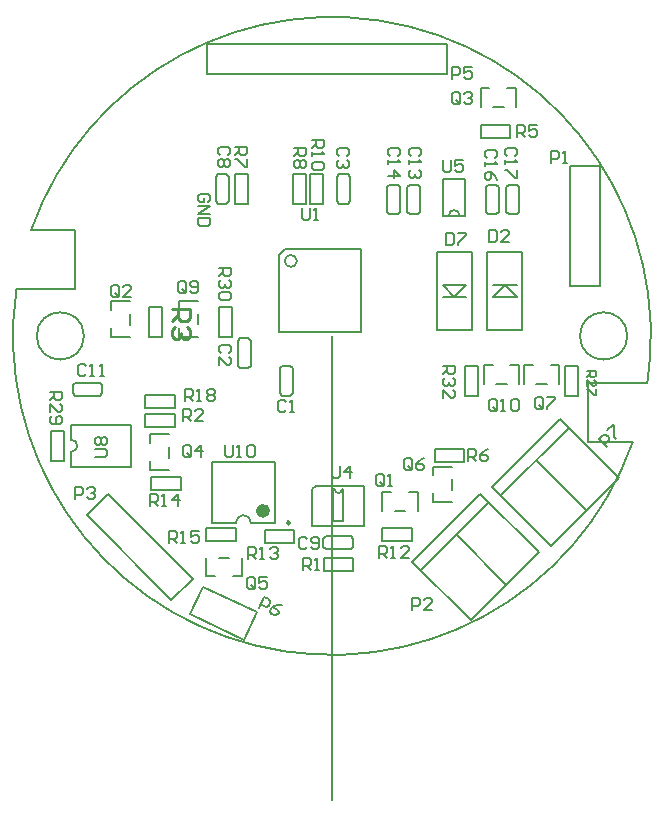
<source format=gto>
%FSLAX25Y25*%
%MOIN*%
G70*
G01*
G75*
%ADD10R,0.03347X0.02756*%
%ADD11R,0.02362X0.03937*%
%ADD12O,0.04724X0.00984*%
%ADD13R,0.04724X0.01772*%
%ADD14O,0.04724X0.01772*%
%ADD15O,0.00984X0.04724*%
%ADD16O,0.01772X0.04724*%
%ADD17R,0.03937X0.02362*%
%ADD18R,0.02756X0.03347*%
%ADD19R,0.04724X0.01969*%
%ADD20O,0.03543X0.01969*%
%ADD21O,0.03543X0.01969*%
%ADD22R,0.03543X0.01969*%
%ADD23O,0.02500X0.05500*%
%ADD24R,0.02500X0.05500*%
%ADD25R,0.07874X0.07874*%
%ADD26C,0.01200*%
%ADD27C,0.06000*%
%ADD28C,0.01000*%
%ADD29C,0.02000*%
%ADD30C,0.00800*%
%ADD31C,0.01500*%
%ADD32C,0.03000*%
%ADD33C,0.05000*%
%ADD34C,0.00500*%
%ADD35C,0.05906*%
%ADD36P,0.08352X4X180.0*%
%ADD37R,0.05906X0.05906*%
G04:AMPARAMS|DCode=38|XSize=78.74mil|YSize=118.11mil|CornerRadius=0mil|HoleSize=0mil|Usage=FLASHONLY|Rotation=45.000|XOffset=0mil|YOffset=0mil|HoleType=Round|Shape=Rectangle|*
%AMROTATEDRECTD38*
4,1,4,0.01392,-0.06960,-0.06960,0.01392,-0.01392,0.06960,0.06960,-0.01392,0.01392,-0.06960,0.0*
%
%ADD38ROTATEDRECTD38*%

G04:AMPARAMS|DCode=39|XSize=78.74mil|YSize=118.11mil|CornerRadius=0mil|HoleSize=0mil|Usage=FLASHONLY|Rotation=45.000|XOffset=0mil|YOffset=0mil|HoleType=Round|Shape=Round|*
%AMOVALD39*
21,1,0.03937,0.07874,0.00000,0.00000,135.0*
1,1,0.07874,0.01392,-0.01392*
1,1,0.07874,-0.01392,0.01392*
%
%ADD39OVALD39*%

%ADD40C,0.06000*%
%ADD41P,0.08352X4X200.0*%
%ADD42R,0.05906X0.05906*%
%ADD43C,0.03000*%
%ADD44C,0.02000*%
%ADD45C,0.04000*%
%ADD46C,0.05000*%
%ADD47C,0.00787*%
%ADD48C,0.00984*%
%ADD49C,0.02362*%
D28*
X-53281Y8885D02*
X-47283D01*
Y5886D01*
X-48283Y4886D01*
X-50283D01*
X-51282Y5886D01*
Y8885D01*
Y6885D02*
X-53281Y4886D01*
X-48283Y2887D02*
X-47283Y1887D01*
Y-112D01*
X-48283Y-1112D01*
X-49283D01*
X-50283Y-112D01*
Y887D01*
Y-112D01*
X-51282Y-1112D01*
X-52282D01*
X-53281Y-112D01*
Y1887D01*
X-52282Y2887D01*
D30*
X919Y-51188D02*
G03*
X3281Y-51188I1181J0D01*
G01*
X400D02*
X919D01*
X3281D02*
X3700D01*
X-5380Y-50007D02*
X10762D01*
X-6561Y-51188D02*
X-5380Y-50007D01*
X-6561Y-63393D02*
Y-51188D01*
Y-63393D02*
X10762D01*
Y-50007D01*
X400Y-61818D02*
Y-51188D01*
Y-61818D02*
X3700D01*
Y-51188D01*
D34*
X-11700Y25000D02*
G03*
X-11700Y25000I-2000J0D01*
G01*
X42466Y40138D02*
G03*
X38923Y40138I-1772J0D01*
G01*
X-86900Y-38581D02*
G03*
X-86900Y-34581I0J2000D01*
G01*
X-56566Y-239D02*
Y9603D01*
X-60897Y-239D02*
Y9603D01*
X-56566D01*
X-60897Y-239D02*
X-56566D01*
X-17365Y-19087D02*
Y-10819D01*
X-16578Y-19874D02*
X-13822D01*
X-16578Y-10031D02*
X-13822D01*
X-13035Y-19087D02*
Y-10819D01*
X-13822Y-10031D02*
X-13035Y-10819D01*
X-17365D02*
X-16578Y-10031D01*
X-17365Y-19087D02*
X-16578Y-19874D01*
X-13822D02*
X-13035Y-19087D01*
X58390Y82568D02*
X61343D01*
X49531D02*
X52484D01*
X53665Y76269D02*
X57209D01*
X61343D02*
Y82568D01*
X49531Y76269D02*
Y82568D01*
X-15795Y28921D02*
X9796D01*
X-17763Y26953D02*
X-15794Y28921D01*
X-17763Y1362D02*
Y26953D01*
X-17763Y1362D02*
X9796D01*
Y28921D01*
X-60568Y-35810D02*
Y-32857D01*
Y-44668D02*
Y-41716D01*
X-54268Y-40535D02*
Y-36991D01*
X-60568Y-32857D02*
X-54268D01*
X-60568Y-44668D02*
X-54268D01*
X-60274Y-51365D02*
X-50432D01*
X-60274Y-47035D02*
X-50432D01*
Y-51365D02*
Y-47035D01*
X-60274Y-51365D02*
Y-47035D01*
X-41974Y-68265D02*
X-32131D01*
X-41974Y-63935D02*
X-32131D01*
Y-68265D02*
Y-63935D01*
X-41974Y-68265D02*
Y-63935D01*
X-22374Y-69065D02*
X-12531D01*
X-22374Y-64735D02*
X-12531D01*
Y-69065D02*
Y-64735D01*
X-22374Y-69065D02*
Y-64735D01*
X16732Y-63935D02*
X26574D01*
X16732Y-68265D02*
X26574D01*
X16732D02*
Y-63935D01*
X26574Y-68265D02*
Y-63935D01*
X29559Y-78062D02*
X52194Y-55427D01*
X26775Y-75278D02*
X49410Y-52643D01*
X46262Y-94766D02*
X68897Y-72130D01*
X49410Y-52643D02*
X68897Y-72130D01*
X26775Y-75278D02*
X46262Y-94766D01*
X41446Y-66175D02*
X58149Y-82878D01*
X25590Y-51932D02*
X28543D01*
X16732D02*
X19684D01*
X20865Y-58232D02*
X24409D01*
X28543D02*
Y-51932D01*
X16732Y-58232D02*
Y-51932D01*
X77535Y-19869D02*
Y-10026D01*
X81865Y-19869D02*
Y-10026D01*
X77535Y-19869D02*
X81865D01*
X77535Y-10026D02*
X81865D01*
X62465Y41419D02*
Y49687D01*
X58922Y50474D02*
X61678D01*
X58922Y40631D02*
X61678D01*
X58135Y41419D02*
Y49687D01*
Y41419D02*
X58922Y40631D01*
X61678D02*
X62465Y41419D01*
X61678Y50474D02*
X62465Y49687D01*
X58135D02*
X58922Y50474D01*
X51235Y41313D02*
Y49581D01*
X52022Y40526D02*
X54778D01*
X52022Y50368D02*
X54778D01*
X55565Y41313D02*
Y49581D01*
X54778Y50368D02*
X55565Y49581D01*
X51235D02*
X52022Y50368D01*
X51235Y41313D02*
X52022Y40526D01*
X54778D02*
X55565Y41313D01*
X37151Y40138D02*
Y52342D01*
X44238D01*
X37151Y40138D02*
X44238D01*
Y52342D01*
X29465Y41319D02*
Y49587D01*
X25922Y50374D02*
X28678D01*
X25922Y40532D02*
X28678D01*
X25135Y41319D02*
Y49587D01*
Y41319D02*
X25922Y40532D01*
X28678D02*
X29465Y41319D01*
X28678Y50374D02*
X29465Y49587D01*
X25135D02*
X25922Y50374D01*
X18335Y41313D02*
Y49581D01*
X19122Y40526D02*
X21878D01*
X19122Y50368D02*
X21878D01*
X22665Y41313D02*
Y49581D01*
X21878Y50368D02*
X22665Y49581D01*
X18335D02*
X19122Y50368D01*
X18335Y41313D02*
X19122Y40526D01*
X21878D02*
X22665Y41313D01*
X-32265Y44032D02*
Y53874D01*
X-27935Y44032D02*
Y53874D01*
X-32265Y44032D02*
X-27935D01*
X-32265Y53874D02*
X-27935D01*
X-34400Y44850D02*
Y53118D01*
X-37943Y53905D02*
X-35187D01*
X-37943Y44063D02*
X-35187D01*
X-38731Y44850D02*
Y53118D01*
Y44850D02*
X-37943Y44063D01*
X-35187D02*
X-34400Y44850D01*
X-35187Y53905D02*
X-34400Y53118D01*
X-38731D02*
X-37943Y53905D01*
X6018Y44819D02*
Y53087D01*
X2475Y53874D02*
X5231D01*
X2475Y44032D02*
X5231D01*
X1687Y44819D02*
Y53087D01*
Y44819D02*
X2475Y44032D01*
X5231D02*
X6018Y44819D01*
X5231Y53874D02*
X6018Y53087D01*
X1687D02*
X2475Y53874D01*
X-31465Y-9887D02*
Y-1619D01*
X-30678Y-10674D02*
X-27922D01*
X-30678Y-831D02*
X-27922D01*
X-27135Y-9887D02*
Y-1619D01*
X-27922Y-831D02*
X-27135Y-1619D01*
X-31465D02*
X-30678Y-831D01*
X-31465Y-9887D02*
X-30678Y-10674D01*
X-27922D02*
X-27135Y-9887D01*
X49526Y65935D02*
X59368D01*
X49526Y70265D02*
X59368D01*
Y65935D02*
Y70265D01*
X49526Y65935D02*
Y70265D01*
X68146Y-41275D02*
X84850Y-57978D01*
X53475Y-50378D02*
X72962Y-69866D01*
X76110Y-27743D02*
X95597Y-47230D01*
X72962Y-69866D02*
X95597Y-47230D01*
X53475Y-50378D02*
X76110Y-27743D01*
X56259Y-53162D02*
X78894Y-30527D01*
X0Y-154600D02*
Y0D01*
X-41943Y-80168D02*
X-38990D01*
X-33084D02*
X-30132D01*
X-37809Y-73869D02*
X-34265D01*
X-41943Y-80168D02*
Y-73869D01*
X-30132Y-80168D02*
Y-73869D01*
X-62269Y-26135D02*
X-52426D01*
X-62269Y-30465D02*
X-52426D01*
X-62269D02*
Y-26135D01*
X-52426Y-30465D02*
Y-26135D01*
X-62269Y-19535D02*
X-52426D01*
X-62269Y-23865D02*
X-52426D01*
X-62269D02*
Y-19535D01*
X-52426Y-23865D02*
Y-19535D01*
X-86900Y-34581D02*
Y-29581D01*
Y-43581D02*
Y-38581D01*
X-66900Y-43581D02*
Y-29581D01*
X-86900D02*
X-66900D01*
X-86900Y-43581D02*
X-66900D01*
X-85681Y-19965D02*
X-77413D01*
X-76626Y-19178D02*
Y-16422D01*
X-86468Y-19178D02*
Y-16422D01*
X-85681Y-15635D02*
X-77413D01*
X-86468Y-16422D02*
X-85681Y-15635D01*
X-86468Y-19178D02*
X-85681Y-19965D01*
X-77413D02*
X-76626Y-19178D01*
X-77413Y-15635D02*
X-76626Y-16422D01*
X-89435Y-41574D02*
Y-31732D01*
X-93765Y-41574D02*
Y-31732D01*
X-89435D01*
X-93765Y-41574D02*
X-89435D01*
X34226Y-41865D02*
X44069D01*
X34226Y-37535D02*
X44069D01*
Y-41865D02*
Y-37535D01*
X34226Y-41865D02*
Y-37535D01*
X-13100Y44032D02*
Y53874D01*
X-8769Y44032D02*
Y53874D01*
X-13100Y44032D02*
X-8769D01*
X-13100Y53874D02*
X-8769D01*
X-2768Y-73935D02*
X7074D01*
X-2768Y-78265D02*
X7074D01*
X-2768D02*
Y-73935D01*
X7074Y-78265D02*
Y-73935D01*
X-2869Y44026D02*
Y53869D01*
X-7200Y44026D02*
Y53869D01*
X-2869D01*
X-7200Y44026D02*
X-2869D01*
X-2081Y-71165D02*
X6187D01*
X6974Y-70378D02*
Y-67622D01*
X-2868Y-70378D02*
Y-67622D01*
X-2081Y-66835D02*
X6187D01*
X-2868Y-67622D02*
X-2081Y-66835D01*
X-2868Y-70378D02*
X-2081Y-71165D01*
X6187D02*
X6974Y-70378D01*
X6187Y-66835D02*
X6974Y-67622D01*
X33832Y-46510D02*
Y-43558D01*
Y-55369D02*
Y-52416D01*
X40132Y-51235D02*
Y-47691D01*
X33832Y-43558D02*
X40132D01*
X33832Y-55369D02*
X40132D01*
X36863Y16937D02*
X40800Y13000D01*
X44737Y16937D01*
X36863Y13000D02*
X44737D01*
X36863Y16937D02*
X44737D01*
X46705Y1976D02*
Y27961D01*
X34894Y1976D02*
X46705D01*
X34894D02*
Y27961D01*
X46705D01*
X57600Y16842D02*
X61537Y12905D01*
X53663D02*
X57600Y16842D01*
X53663D02*
X61537D01*
X53663Y12905D02*
X61537D01*
X51695Y1882D02*
Y27866D01*
X63506D01*
Y1882D02*
Y27866D01*
X51695Y1882D02*
X63506D01*
X72890Y-9732D02*
X75842D01*
X64031D02*
X66984D01*
X68165Y-16032D02*
X71709D01*
X75842D02*
Y-9732D01*
X64031Y-16032D02*
Y-9732D01*
X-50999Y8624D02*
Y11577D01*
Y-234D02*
Y2719D01*
X-44700Y3900D02*
Y7443D01*
X-50999Y11577D02*
X-44700D01*
X-50999Y-234D02*
X-44700D01*
X-33366Y-239D02*
Y9603D01*
X-37697Y-239D02*
Y9603D01*
X-33366D01*
X-37697Y-239D02*
X-33366D01*
X59490Y-9601D02*
X62442D01*
X50631D02*
X53584D01*
X54765Y-15900D02*
X58309D01*
X62442D02*
Y-9601D01*
X50631Y-15900D02*
Y-9601D01*
X48765Y-19874D02*
Y-10031D01*
X44435Y-19874D02*
Y-10031D01*
X48765D01*
X44435Y-19874D02*
X48765D01*
X-73599Y8524D02*
Y11477D01*
Y-334D02*
Y2619D01*
X-67300Y3800D02*
Y7343D01*
X-73599Y11477D02*
X-67300D01*
X-73599Y-334D02*
X-67300D01*
X-15334Y-22068D02*
X-16001Y-21401D01*
X-17334D01*
X-18000Y-22068D01*
Y-24734D01*
X-17334Y-25400D01*
X-16001D01*
X-15334Y-24734D01*
X-14001Y-25400D02*
X-12668D01*
X-13335D01*
Y-21401D01*
X-14001Y-22068D01*
X-85500Y-54500D02*
Y-50501D01*
X-83501D01*
X-82834Y-51168D01*
Y-52501D01*
X-83501Y-53167D01*
X-85500D01*
X-81501Y-51168D02*
X-80835Y-50501D01*
X-79502D01*
X-78835Y-51168D01*
Y-51834D01*
X-79502Y-52501D01*
X-80168D01*
X-79502D01*
X-78835Y-53167D01*
Y-53834D01*
X-79502Y-54500D01*
X-80835D01*
X-81501Y-53834D01*
X72900Y57800D02*
Y61799D01*
X74899D01*
X75566Y61132D01*
Y59799D01*
X74899Y59133D01*
X72900D01*
X76899Y57800D02*
X78232D01*
X77565D01*
Y61799D01*
X76899Y61132D01*
X42766Y77866D02*
Y80532D01*
X42099Y81199D01*
X40766D01*
X40100Y80532D01*
Y77866D01*
X40766Y77200D01*
X42099D01*
X41433Y78533D02*
X42766Y77200D01*
X42099D02*
X42766Y77866D01*
X44099Y80532D02*
X44765Y81199D01*
X46098D01*
X46764Y80532D01*
Y79866D01*
X46098Y79199D01*
X45432D01*
X46098D01*
X46764Y78533D01*
Y77866D01*
X46098Y77200D01*
X44765D01*
X44099Y77866D01*
X-10000Y42599D02*
Y39266D01*
X-9334Y38600D01*
X-8001D01*
X-7334Y39266D01*
Y42599D01*
X-6001Y38600D02*
X-4668D01*
X-5335D01*
Y42599D01*
X-6001Y41932D01*
X-46934Y-39534D02*
Y-36868D01*
X-47601Y-36201D01*
X-48934D01*
X-49600Y-36868D01*
Y-39534D01*
X-48934Y-40200D01*
X-47601D01*
X-48267Y-38867D02*
X-46934Y-40200D01*
X-47601D02*
X-46934Y-39534D01*
X-43602Y-40200D02*
Y-36201D01*
X-45601Y-38201D01*
X-42935D01*
X-60500Y-56800D02*
Y-52801D01*
X-58501D01*
X-57834Y-53468D01*
Y-54801D01*
X-58501Y-55467D01*
X-60500D01*
X-59167D02*
X-57834Y-56800D01*
X-56501D02*
X-55168D01*
X-55835D01*
Y-52801D01*
X-56501Y-53468D01*
X-51170Y-56800D02*
Y-52801D01*
X-53169Y-54801D01*
X-50503D01*
X-54200Y-69100D02*
Y-65101D01*
X-52201D01*
X-51534Y-65768D01*
Y-67101D01*
X-52201Y-67767D01*
X-54200D01*
X-52867D02*
X-51534Y-69100D01*
X-50201D02*
X-48868D01*
X-49535D01*
Y-65101D01*
X-50201Y-65768D01*
X-44203Y-65101D02*
X-46869D01*
Y-67101D01*
X-45536Y-66434D01*
X-44870D01*
X-44203Y-67101D01*
Y-68434D01*
X-44870Y-69100D01*
X-46203D01*
X-46869Y-68434D01*
X-28000Y-74300D02*
Y-70301D01*
X-26001D01*
X-25334Y-70968D01*
Y-72301D01*
X-26001Y-72967D01*
X-28000D01*
X-26667D02*
X-25334Y-74300D01*
X-24001D02*
X-22668D01*
X-23335D01*
Y-70301D01*
X-24001Y-70968D01*
X-20669D02*
X-20003Y-70301D01*
X-18670D01*
X-18003Y-70968D01*
Y-71634D01*
X-18670Y-72301D01*
X-19336D01*
X-18670D01*
X-18003Y-72967D01*
Y-73634D01*
X-18670Y-74300D01*
X-20003D01*
X-20669Y-73634D01*
X0Y-43301D02*
Y-46634D01*
X667Y-47300D01*
X1999D01*
X2666Y-46634D01*
Y-43301D01*
X5998Y-47300D02*
Y-43301D01*
X3999Y-45301D01*
X6664D01*
X15800Y-74000D02*
Y-70001D01*
X17799D01*
X18466Y-70668D01*
Y-72001D01*
X17799Y-72667D01*
X15800D01*
X17133D02*
X18466Y-74000D01*
X19799D02*
X21132D01*
X20465D01*
Y-70001D01*
X19799Y-70668D01*
X25797Y-74000D02*
X23131D01*
X25797Y-71334D01*
Y-70668D01*
X25130Y-70001D01*
X23797D01*
X23131Y-70668D01*
X26800Y-91400D02*
Y-87401D01*
X28799D01*
X29466Y-88068D01*
Y-89401D01*
X28799Y-90067D01*
X26800D01*
X33465Y-91400D02*
X30799D01*
X33465Y-88734D01*
Y-88068D01*
X32798Y-87401D01*
X31465D01*
X30799Y-88068D01*
X17466Y-49334D02*
Y-46668D01*
X16799Y-46001D01*
X15466D01*
X14800Y-46668D01*
Y-49334D01*
X15466Y-50000D01*
X16799D01*
X16133Y-48667D02*
X17466Y-50000D01*
X16799D02*
X17466Y-49334D01*
X18799Y-50000D02*
X20132D01*
X19465D01*
Y-46001D01*
X18799Y-46668D01*
X84900Y-11700D02*
X87899D01*
Y-13200D01*
X87399Y-13699D01*
X86400D01*
X85900Y-13200D01*
Y-11700D01*
Y-12700D02*
X84900Y-13699D01*
Y-16698D02*
Y-14699D01*
X86899Y-16698D01*
X87399D01*
X87899Y-16199D01*
Y-15199D01*
X87399Y-14699D01*
X87899Y-17698D02*
Y-19697D01*
X87399D01*
X85400Y-17698D01*
X84900D01*
X61032Y59834D02*
X61699Y60501D01*
Y61834D01*
X61032Y62500D01*
X58366D01*
X57700Y61834D01*
Y60501D01*
X58366Y59834D01*
X57700Y58501D02*
Y57168D01*
Y57835D01*
X61699D01*
X61032Y58501D01*
X61699Y55169D02*
Y52503D01*
X61032D01*
X58366Y55169D01*
X57700D01*
X54432Y59434D02*
X55099Y60101D01*
Y61434D01*
X54432Y62100D01*
X51766D01*
X51100Y61434D01*
Y60101D01*
X51766Y59434D01*
X51100Y58101D02*
Y56768D01*
Y57435D01*
X55099D01*
X54432Y58101D01*
X55099Y52103D02*
X54432Y53436D01*
X53099Y54769D01*
X51766D01*
X51100Y54103D01*
Y52770D01*
X51766Y52103D01*
X52433D01*
X53099Y52770D01*
Y54769D01*
X37100Y58799D02*
Y55466D01*
X37766Y54800D01*
X39099D01*
X39766Y55466D01*
Y58799D01*
X43764D02*
X41099D01*
Y56799D01*
X42432Y57466D01*
X43098D01*
X43764Y56799D01*
Y55466D01*
X43098Y54800D01*
X41765D01*
X41099Y55466D01*
X29032Y60134D02*
X29699Y60801D01*
Y62134D01*
X29032Y62800D01*
X26366D01*
X25700Y62134D01*
Y60801D01*
X26366Y60134D01*
X25700Y58801D02*
Y57468D01*
Y58135D01*
X29699D01*
X29032Y58801D01*
Y55469D02*
X29699Y54803D01*
Y53470D01*
X29032Y52803D01*
X28366D01*
X27699Y53470D01*
Y54136D01*
Y53470D01*
X27033Y52803D01*
X26366D01*
X25700Y53470D01*
Y54803D01*
X26366Y55469D01*
X22132Y60034D02*
X22799Y60701D01*
Y62034D01*
X22132Y62700D01*
X19466D01*
X18800Y62034D01*
Y60701D01*
X19466Y60034D01*
X18800Y58701D02*
Y57368D01*
Y58035D01*
X22799D01*
X22132Y58701D01*
X18800Y53370D02*
X22799D01*
X20799Y55369D01*
Y52703D01*
X-32300Y63100D02*
X-28301D01*
Y61101D01*
X-28968Y60434D01*
X-30301D01*
X-30967Y61101D01*
Y63100D01*
Y61767D02*
X-32300Y60434D01*
X-28301Y59101D02*
Y56436D01*
X-28968D01*
X-31634Y59101D01*
X-32300D01*
X-34768Y60334D02*
X-34101Y61001D01*
Y62334D01*
X-34768Y63000D01*
X-37434D01*
X-38100Y62334D01*
Y61001D01*
X-37434Y60334D01*
X-34768Y59001D02*
X-34101Y58335D01*
Y57002D01*
X-34768Y56336D01*
X-35434D01*
X-36101Y57002D01*
X-36767Y56336D01*
X-37434D01*
X-38100Y57002D01*
Y58335D01*
X-37434Y59001D01*
X-36767D01*
X-36101Y58335D01*
X-35434Y59001D01*
X-34768D01*
X-36101Y58335D02*
Y57002D01*
X39900Y85500D02*
Y89499D01*
X41899D01*
X42566Y88832D01*
Y87499D01*
X41899Y86833D01*
X39900D01*
X46564Y89499D02*
X43899D01*
Y87499D01*
X45232Y88166D01*
X45898D01*
X46564Y87499D01*
Y86166D01*
X45898Y85500D01*
X44565D01*
X43899Y86166D01*
X37100Y-10100D02*
X41099D01*
Y-12099D01*
X40432Y-12766D01*
X39099D01*
X38433Y-12099D01*
Y-10100D01*
Y-11433D02*
X37100Y-12766D01*
X40432Y-14099D02*
X41099Y-14765D01*
Y-16098D01*
X40432Y-16765D01*
X39766D01*
X39099Y-16098D01*
Y-15432D01*
Y-16098D01*
X38433Y-16765D01*
X37766D01*
X37100Y-16098D01*
Y-14765D01*
X37766Y-14099D01*
X37100Y-20763D02*
Y-18097D01*
X39766Y-20763D01*
X40432D01*
X41099Y-20097D01*
Y-18764D01*
X40432Y-18097D01*
X54966Y-24234D02*
Y-21568D01*
X54299Y-20901D01*
X52966D01*
X52300Y-21568D01*
Y-24234D01*
X52966Y-24900D01*
X54299D01*
X53633Y-23567D02*
X54966Y-24900D01*
X54299D02*
X54966Y-24234D01*
X56299Y-24900D02*
X57632D01*
X56965D01*
Y-20901D01*
X56299Y-21568D01*
X59631D02*
X60297Y-20901D01*
X61630D01*
X62297Y-21568D01*
Y-24234D01*
X61630Y-24900D01*
X60297D01*
X59631Y-24234D01*
Y-21568D01*
X-37800Y22800D02*
X-33801D01*
Y20801D01*
X-34468Y20134D01*
X-35801D01*
X-36467Y20801D01*
Y22800D01*
Y21467D02*
X-37800Y20134D01*
X-34468Y18801D02*
X-33801Y18135D01*
Y16802D01*
X-34468Y16136D01*
X-35134D01*
X-35801Y16802D01*
Y17468D01*
Y16802D01*
X-36467Y16136D01*
X-37134D01*
X-37800Y16802D01*
Y18135D01*
X-37134Y18801D01*
X-34468Y14803D02*
X-33801Y14136D01*
Y12803D01*
X-34468Y12137D01*
X-37134D01*
X-37800Y12803D01*
Y14136D01*
X-37134Y14803D01*
X-34468D01*
X-48634Y15067D02*
Y17732D01*
X-49301Y18399D01*
X-50634D01*
X-51300Y17732D01*
Y15067D01*
X-50634Y14400D01*
X-49301D01*
X-49967Y15733D02*
X-48634Y14400D01*
X-49301D02*
X-48634Y15067D01*
X-47301D02*
X-46635Y14400D01*
X-45302D01*
X-44635Y15067D01*
Y17732D01*
X-45302Y18399D01*
X-46635D01*
X-47301Y17732D01*
Y17066D01*
X-46635Y16399D01*
X-44635D01*
X-24400Y-90600D02*
X-22710Y-86976D01*
X-20898Y-87821D01*
X-20576Y-88707D01*
X-21139Y-89915D01*
X-22025Y-90237D01*
X-23837Y-89392D01*
X-16670Y-89793D02*
X-18160Y-89833D01*
X-19931Y-90478D01*
X-20494Y-91686D01*
X-20172Y-92572D01*
X-18964Y-93135D01*
X-18078Y-92813D01*
X-17797Y-92208D01*
X-18119Y-91323D01*
X-19931Y-90478D01*
X70466Y-23633D02*
Y-20968D01*
X69799Y-20301D01*
X68466D01*
X67800Y-20968D01*
Y-23633D01*
X68466Y-24300D01*
X69799D01*
X69133Y-22967D02*
X70466Y-24300D01*
X69799D02*
X70466Y-23633D01*
X71799Y-20301D02*
X74464D01*
Y-20968D01*
X71799Y-23633D01*
Y-24300D01*
X-35700Y-36401D02*
Y-39734D01*
X-35034Y-40400D01*
X-33701D01*
X-33034Y-39734D01*
Y-36401D01*
X-31701Y-40400D02*
X-30368D01*
X-31035D01*
Y-36401D01*
X-31701Y-37068D01*
X-28369D02*
X-27703Y-36401D01*
X-26370D01*
X-25703Y-37068D01*
Y-39734D01*
X-26370Y-40400D01*
X-27703D01*
X-28369Y-39734D01*
Y-37068D01*
X52450Y35149D02*
Y31150D01*
X54449D01*
X55116Y31816D01*
Y34482D01*
X54449Y35149D01*
X52450D01*
X59114Y31150D02*
X56449D01*
X59114Y33816D01*
Y34482D01*
X58448Y35149D01*
X57115D01*
X56449Y34482D01*
X38000Y34299D02*
Y30300D01*
X39999D01*
X40666Y30966D01*
Y33632D01*
X39999Y34299D01*
X38000D01*
X41999D02*
X44664D01*
Y33632D01*
X41999Y30966D01*
Y30300D01*
X26566Y-44034D02*
Y-41368D01*
X25899Y-40701D01*
X24566D01*
X23900Y-41368D01*
Y-44034D01*
X24566Y-44700D01*
X25899D01*
X25233Y-43367D02*
X26566Y-44700D01*
X25899D02*
X26566Y-44034D01*
X30564Y-40701D02*
X29232Y-41368D01*
X27899Y-42701D01*
Y-44034D01*
X28565Y-44700D01*
X29898D01*
X30564Y-44034D01*
Y-43367D01*
X29898Y-42701D01*
X27899D01*
X-8234Y-67568D02*
X-8901Y-66901D01*
X-10233D01*
X-10900Y-67568D01*
Y-70234D01*
X-10233Y-70900D01*
X-8901D01*
X-8234Y-70234D01*
X-6901D02*
X-6235Y-70900D01*
X-4902D01*
X-4236Y-70234D01*
Y-67568D01*
X-4902Y-66901D01*
X-6235D01*
X-6901Y-67568D01*
Y-68234D01*
X-6235Y-68901D01*
X-4236D01*
X-6800Y65400D02*
X-2801D01*
Y63401D01*
X-3468Y62734D01*
X-4801D01*
X-5467Y63401D01*
Y65400D01*
Y64067D02*
X-6800Y62734D01*
Y61401D02*
Y60068D01*
Y60735D01*
X-2801D01*
X-3468Y61401D01*
Y58069D02*
X-2801Y57403D01*
Y56070D01*
X-3468Y55403D01*
X-6134D01*
X-6800Y56070D01*
Y57403D01*
X-6134Y58069D01*
X-3468D01*
X-9700Y-78100D02*
Y-74101D01*
X-7701D01*
X-7034Y-74768D01*
Y-76101D01*
X-7701Y-76767D01*
X-9700D01*
X-8367D02*
X-7034Y-78100D01*
X-5701D02*
X-4368D01*
X-5035D01*
Y-74101D01*
X-5701Y-74768D01*
X-12800Y62600D02*
X-8801D01*
Y60601D01*
X-9468Y59934D01*
X-10801D01*
X-11467Y60601D01*
Y62600D01*
Y61267D02*
X-12800Y59934D01*
X-9468Y58601D02*
X-8801Y57935D01*
Y56602D01*
X-9468Y55936D01*
X-10134D01*
X-10801Y56602D01*
X-11467Y55936D01*
X-12133D01*
X-12800Y56602D01*
Y57935D01*
X-12133Y58601D01*
X-11467D01*
X-10801Y57935D01*
X-10134Y58601D01*
X-9468D01*
X-10801Y57935D02*
Y56602D01*
X45300Y-41600D02*
Y-37601D01*
X47299D01*
X47966Y-38268D01*
Y-39601D01*
X47299Y-40267D01*
X45300D01*
X46633D02*
X47966Y-41600D01*
X51964Y-37601D02*
X50632Y-38268D01*
X49299Y-39601D01*
Y-40934D01*
X49965Y-41600D01*
X51298D01*
X51964Y-40934D01*
Y-40267D01*
X51298Y-39601D01*
X49299D01*
X-93900Y-18800D02*
X-89901D01*
Y-20799D01*
X-90568Y-21466D01*
X-91901D01*
X-92567Y-20799D01*
Y-18800D01*
Y-20133D02*
X-93900Y-21466D01*
Y-25464D02*
Y-22799D01*
X-91234Y-25464D01*
X-90568D01*
X-89901Y-24798D01*
Y-23465D01*
X-90568Y-22799D01*
X-93234Y-26797D02*
X-93900Y-27464D01*
Y-28797D01*
X-93234Y-29463D01*
X-90568D01*
X-89901Y-28797D01*
Y-27464D01*
X-90568Y-26797D01*
X-91234D01*
X-91901Y-27464D01*
Y-29463D01*
X-81934Y-10168D02*
X-82601Y-9501D01*
X-83934D01*
X-84600Y-10168D01*
Y-12833D01*
X-83934Y-13500D01*
X-82601D01*
X-81934Y-12833D01*
X-80601Y-13500D02*
X-79268D01*
X-79935D01*
Y-9501D01*
X-80601Y-10168D01*
X-77269Y-13500D02*
X-75936D01*
X-76603D01*
Y-9501D01*
X-77269Y-10168D01*
X-78899Y-40500D02*
X-75566D01*
X-74900Y-39834D01*
Y-38501D01*
X-75566Y-37834D01*
X-78899D01*
X-78232Y-36501D02*
X-78899Y-35835D01*
Y-34502D01*
X-78232Y-33836D01*
X-77566D01*
X-76899Y-34502D01*
X-76233Y-33836D01*
X-75566D01*
X-74900Y-34502D01*
Y-35835D01*
X-75566Y-36501D01*
X-76233D01*
X-76899Y-35835D01*
X-77566Y-36501D01*
X-78232D01*
X-76899Y-35835D02*
Y-34502D01*
X-49000Y-21600D02*
Y-17601D01*
X-47001D01*
X-46334Y-18268D01*
Y-19601D01*
X-47001Y-20267D01*
X-49000D01*
X-47667D02*
X-46334Y-21600D01*
X-45001D02*
X-43668D01*
X-44335D01*
Y-17601D01*
X-45001Y-18268D01*
X-41669D02*
X-41003Y-17601D01*
X-39670D01*
X-39003Y-18268D01*
Y-18934D01*
X-39670Y-19601D01*
X-39003Y-20267D01*
Y-20933D01*
X-39670Y-21600D01*
X-41003D01*
X-41669Y-20933D01*
Y-20267D01*
X-41003Y-19601D01*
X-41669Y-18934D01*
Y-18268D01*
X-41003Y-19601D02*
X-39670D01*
X-49800Y-28400D02*
Y-24401D01*
X-47801D01*
X-47134Y-25068D01*
Y-26401D01*
X-47801Y-27067D01*
X-49800D01*
X-48467D02*
X-47134Y-28400D01*
X-43135D02*
X-45801D01*
X-43135Y-25734D01*
Y-25068D01*
X-43802Y-24401D01*
X-45135D01*
X-45801Y-25068D01*
X-25634Y-83534D02*
Y-80868D01*
X-26301Y-80201D01*
X-27634D01*
X-28300Y-80868D01*
Y-83534D01*
X-27634Y-84200D01*
X-26301D01*
X-26967Y-82867D02*
X-25634Y-84200D01*
X-26301D02*
X-25634Y-83534D01*
X-21635Y-80201D02*
X-24301D01*
Y-82201D01*
X-22968Y-81534D01*
X-22302D01*
X-21635Y-82201D01*
Y-83534D01*
X-22302Y-84200D01*
X-23635D01*
X-24301Y-83534D01*
X91800Y-37100D02*
X88973Y-34273D01*
X90386Y-32859D01*
X91329D01*
X92271Y-33801D01*
Y-34744D01*
X90857Y-36158D01*
X91800Y-31445D02*
X93685Y-29560D01*
X94156Y-30031D01*
Y-33801D01*
X94627Y-34273D01*
X61700Y66300D02*
Y70299D01*
X63699D01*
X64366Y69632D01*
Y68299D01*
X63699Y67633D01*
X61700D01*
X63033D02*
X64366Y66300D01*
X68365Y70299D02*
X65699D01*
Y68299D01*
X67032Y68966D01*
X67698D01*
X68365Y68299D01*
Y66966D01*
X67698Y66300D01*
X66365D01*
X65699Y66966D01*
X-34268Y-5766D02*
X-33601Y-5099D01*
Y-3766D01*
X-34268Y-3100D01*
X-36934D01*
X-37600Y-3766D01*
Y-5099D01*
X-36934Y-5766D01*
X-37600Y-9764D02*
Y-7099D01*
X-34934Y-9764D01*
X-34268D01*
X-33601Y-9098D01*
Y-7765D01*
X-34268Y-7099D01*
X4932Y60134D02*
X5599Y60801D01*
Y62134D01*
X4932Y62800D01*
X2266D01*
X1600Y62134D01*
Y60801D01*
X2266Y60134D01*
X4932Y58801D02*
X5599Y58135D01*
Y56802D01*
X4932Y56135D01*
X4266D01*
X3599Y56802D01*
Y57468D01*
Y56802D01*
X2933Y56135D01*
X2266D01*
X1600Y56802D01*
Y58135D01*
X2266Y58801D01*
X-70866Y13801D02*
Y16467D01*
X-71532Y17133D01*
X-72865D01*
X-73532Y16467D01*
Y13801D01*
X-72865Y13135D01*
X-71532D01*
X-72199Y14468D02*
X-70866Y13135D01*
X-71532D02*
X-70866Y13801D01*
X-66867Y13135D02*
X-69533D01*
X-66867Y15800D01*
Y16467D01*
X-67533Y17133D01*
X-68866D01*
X-69533Y16467D01*
X-41468Y44534D02*
X-40801Y45201D01*
Y46534D01*
X-41468Y47200D01*
X-44134D01*
X-44800Y46534D01*
Y45201D01*
X-44134Y44534D01*
X-42801D01*
Y45867D01*
X-44800Y43201D02*
X-40801D01*
X-44800Y40536D01*
X-40801D01*
Y39203D02*
X-44800D01*
Y37203D01*
X-44134Y36537D01*
X-41468D01*
X-40801Y37203D01*
Y39203D01*
X105123Y-15766D02*
G03*
X-100244Y35364I-105123J15766D01*
G01*
X-105128Y15737D02*
G03*
X100221Y-35430I105128J-15737D01*
G01*
X-82677Y49D02*
G03*
X-82677Y0I-7874J-49D01*
G01*
X98425Y49D02*
G03*
X98425Y0I-7874J-49D01*
G01*
X-105128Y15748D02*
X-85515D01*
X-100199Y35348D02*
X-85515D01*
Y15748D02*
Y35348D01*
X85315Y-35348D02*
Y-15748D01*
Y-35433D02*
X100229D01*
X85315Y-15748D02*
X105000D01*
D47*
X-27000Y-62239D02*
G03*
X-32000Y-62239I-2500J0D01*
G01*
X-53500Y-88071D02*
X-46429Y-81000D01*
X-81784Y-59787D02*
X-53500Y-88071D01*
X-74713Y-52716D02*
X-46429Y-81000D01*
X-81784Y-59787D02*
X-74713Y-52716D01*
X79500Y16800D02*
X89500D01*
X79500D02*
Y56800D01*
X89500Y16800D02*
Y56800D01*
X79500D02*
X89500D01*
X-47308Y-92792D02*
X-43082Y-83729D01*
X-24955Y-92182D01*
X-29182Y-101245D02*
X-24955Y-92182D01*
X-47308Y-92792D02*
X-29182Y-101245D01*
X-19067Y-62239D02*
Y-42161D01*
X-39933Y-62239D02*
Y-42161D01*
X-27000Y-62239D02*
X-19067D01*
X-39933D02*
X-32000D01*
X-39933Y-42161D02*
X-19067D01*
X38500Y87200D02*
Y97200D01*
X-41500Y87200D02*
X38500D01*
X-41500D02*
Y97200D01*
X38500D01*
D48*
X-14008Y-62318D02*
G03*
X-14008Y-62318I-492J0D01*
G01*
D49*
X-21823Y-58302D02*
G03*
X-21823Y-58302I-1181J0D01*
G01*
M02*

</source>
